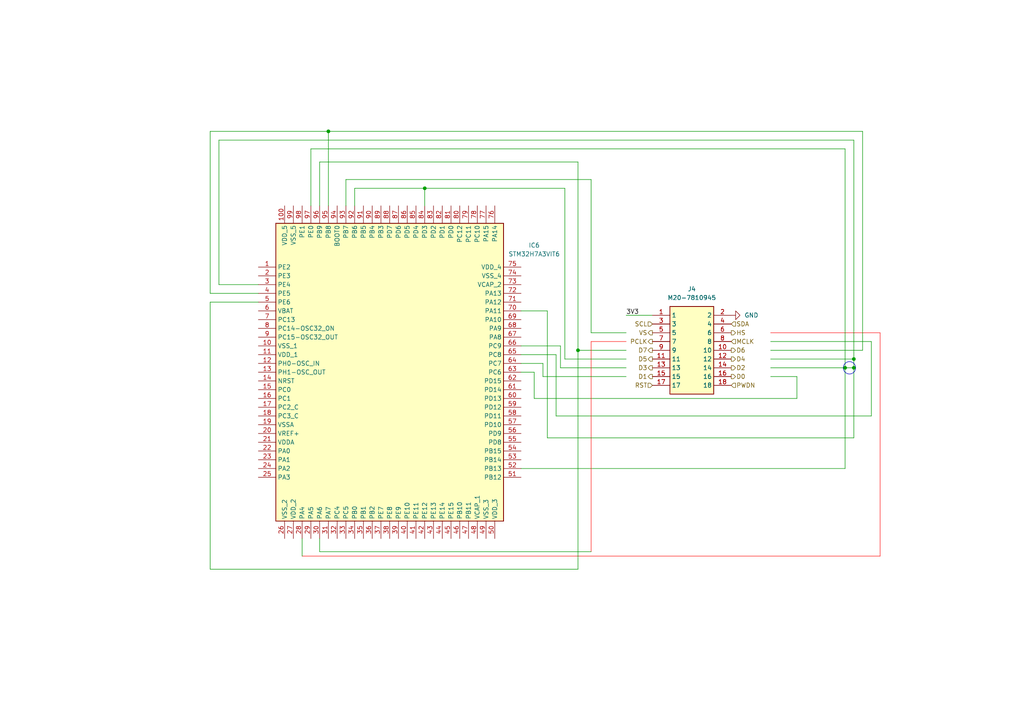
<source format=kicad_sch>
(kicad_sch (version 20231120) (generator "eeschema") (generator_version "8.0")
  (paper "A4")
  (lib_symbols
    (symbol "SamacSys_Parts:M20-7810945"
      (property "Reference" "J" (at 19.05 7.62 0))
      (property "Value" "M20-7810945" (at 19.05 5.08 0))
      (symbol "M20-7810945_1_1"
        (rectangle (start 5.08 2.54) (end 17.78 -22.86) (stroke (width 0.254)) (fill (type background)))
        (pin passive line (at 0 0 0) (length 5.08) (name "1") (number "1"))
        (pin passive line (at 22.86 -10.16 180) (length 5.08) (name "10") (number "10"))
        (pin passive line (at 0 -12.7 0) (length 5.08) (name "11") (number "11"))
        (pin passive line (at 22.86 -12.7 180) (length 5.08) (name "12") (number "12"))
        (pin passive line (at 0 -15.24 0) (length 5.08) (name "13") (number "13"))
        (pin passive line (at 22.86 -15.24 180) (length 5.08) (name "14") (number "14"))
        (pin passive line (at 0 -17.78 0) (length 5.08) (name "15") (number "15"))
        (pin passive line (at 22.86 -17.78 180) (length 5.08) (name "16") (number "16"))
        (pin passive line (at 0 -20.32 0) (length 5.08) (name "17") (number "17"))
        (pin passive line (at 22.86 -20.32 180) (length 5.08) (name "18") (number "18"))
        (pin passive line (at 22.86 0 180) (length 5.08) (name "2") (number "2"))
        (pin passive line (at 0 -2.54 0) (length 5.08) (name "3") (number "3"))
        (pin passive line (at 22.86 -2.54 180) (length 5.08) (name "4") (number "4"))
        (pin passive line (at 0 -5.08 0) (length 5.08) (name "5") (number "5"))
        (pin passive line (at 22.86 -5.08 180) (length 5.08) (name "6") (number "6"))
        (pin passive line (at 0 -7.62 0) (length 5.08) (name "7") (number "7"))
        (pin passive line (at 22.86 -7.62 180) (length 5.08) (name "8") (number "8"))
        (pin passive line (at 0 -10.16 0) (length 5.08) (name "9") (number "9"))
      )
    )
    (symbol "SamacSys_Parts:STM32H7A3VIT6"
      (property "Reference" "IC" (at 72.39 17.78 0))
      (property "Value" "STM32H7A3VIT6" (at 72.39 15.24 0))
      (symbol "STM32H7A3VIT6_1_1"
        (rectangle (start 5.08 12.7) (end 71.12 -73.66) (stroke (width 0.254)) (fill (type background)))
        (pin passive line (at 0 0 0) (length 5.08) (name "PE2") (number "1"))
        (pin passive line (at 0 -22.86 0) (length 5.08) (name "VSS_1") (number "10"))
        (pin passive line (at 7.62 17.78 270) (length 5.08) (name "VDD_5") (number "100"))
        (pin passive line (at 0 -25.4 0) (length 5.08) (name "VDD_1") (number "11"))
        (pin passive line (at 0 -27.94 0) (length 5.08) (name "PH0-OSC_IN") (number "12"))
        (pin passive line (at 0 -30.48 0) (length 5.08) (name "PH1-OSC_OUT") (number "13"))
        (pin passive line (at 0 -33.02 0) (length 5.08) (name "NRST") (number "14"))
        (pin passive line (at 0 -35.56 0) (length 5.08) (name "PC0") (number "15"))
        (pin passive line (at 0 -38.1 0) (length 5.08) (name "PC1") (number "16"))
        (pin passive line (at 0 -40.64 0) (length 5.08) (name "PC2_C") (number "17"))
        (pin passive line (at 0 -43.18 0) (length 5.08) (name "PC3_C") (number "18"))
        (pin passive line (at 0 -45.72 0) (length 5.08) (name "VSSA") (number "19"))
        (pin passive line (at 0 -2.54 0) (length 5.08) (name "PE3") (number "2"))
        (pin passive line (at 0 -48.26 0) (length 5.08) (name "VREF+") (number "20"))
        (pin passive line (at 0 -50.8 0) (length 5.08) (name "VDDA") (number "21"))
        (pin passive line (at 0 -53.34 0) (length 5.08) (name "PA0") (number "22"))
        (pin passive line (at 0 -55.88 0) (length 5.08) (name "PA1") (number "23"))
        (pin passive line (at 0 -58.42 0) (length 5.08) (name "PA2") (number "24"))
        (pin passive line (at 0 -60.96 0) (length 5.08) (name "PA3") (number "25"))
        (pin passive line (at 7.62 -78.74 90) (length 5.08) (name "VSS_2") (number "26"))
        (pin passive line (at 10.16 -78.74 90) (length 5.08) (name "VDD_2") (number "27"))
        (pin passive line (at 12.7 -78.74 90) (length 5.08) (name "PA4") (number "28"))
        (pin passive line (at 15.24 -78.74 90) (length 5.08) (name "PA5") (number "29"))
        (pin passive line (at 0 -5.08 0) (length 5.08) (name "PE4") (number "3"))
        (pin passive line (at 17.78 -78.74 90) (length 5.08) (name "PA6") (number "30"))
        (pin passive line (at 20.32 -78.74 90) (length 5.08) (name "PA7") (number "31"))
        (pin passive line (at 22.86 -78.74 90) (length 5.08) (name "PC4") (number "32"))
        (pin passive line (at 25.4 -78.74 90) (length 5.08) (name "PC5") (number "33"))
        (pin passive line (at 27.94 -78.74 90) (length 5.08) (name "PB0") (number "34"))
        (pin passive line (at 30.48 -78.74 90) (length 5.08) (name "PB1") (number "35"))
        (pin passive line (at 33.02 -78.74 90) (length 5.08) (name "PB2") (number "36"))
        (pin passive line (at 35.56 -78.74 90) (length 5.08) (name "PE7") (number "37"))
        (pin passive line (at 38.1 -78.74 90) (length 5.08) (name "PE8") (number "38"))
        (pin passive line (at 40.64 -78.74 90) (length 5.08) (name "PE9") (number "39"))
        (pin passive line (at 0 -7.62 0) (length 5.08) (name "PE5") (number "4"))
        (pin passive line (at 43.18 -78.74 90) (length 5.08) (name "PE10") (number "40"))
        (pin passive line (at 45.72 -78.74 90) (length 5.08) (name "PE11") (number "41"))
        (pin passive line (at 48.26 -78.74 90) (length 5.08) (name "PE12") (number "42"))
        (pin passive line (at 50.8 -78.74 90) (length 5.08) (name "PE13") (number "43"))
        (pin passive line (at 53.34 -78.74 90) (length 5.08) (name "PE14") (number "44"))
        (pin passive line (at 55.88 -78.74 90) (length 5.08) (name "PE15") (number "45"))
        (pin passive line (at 58.42 -78.74 90) (length 5.08) (name "PB10") (number "46"))
        (pin passive line (at 60.96 -78.74 90) (length 5.08) (name "PB11") (number "47"))
        (pin passive line (at 63.5 -78.74 90) (length 5.08) (name "VCAP_1") (number "48"))
        (pin passive line (at 66.04 -78.74 90) (length 5.08) (name "VSS_3") (number "49"))
        (pin passive line (at 0 -10.16 0) (length 5.08) (name "PE6") (number "5"))
        (pin passive line (at 68.58 -78.74 90) (length 5.08) (name "VDD_3") (number "50"))
        (pin passive line (at 76.2 -60.96 180) (length 5.08) (name "PB12") (number "51"))
        (pin passive line (at 76.2 -58.42 180) (length 5.08) (name "PB13") (number "52"))
        (pin passive line (at 76.2 -55.88 180) (length 5.08) (name "PB14") (number "53"))
        (pin passive line (at 76.2 -53.34 180) (length 5.08) (name "PB15") (number "54"))
        (pin passive line (at 76.2 -50.8 180) (length 5.08) (name "PD8") (number "55"))
        (pin passive line (at 76.2 -48.26 180) (length 5.08) (name "PD9") (number "56"))
        (pin passive line (at 76.2 -45.72 180) (length 5.08) (name "PD10") (number "57"))
        (pin passive line (at 76.2 -43.18 180) (length 5.08) (name "PD11") (number "58"))
        (pin passive line (at 76.2 -40.64 180) (length 5.08) (name "PD12") (number "59"))
        (pin passive line (at 0 -12.7 0) (length 5.08) (name "VBAT") (number "6"))
        (pin passive line (at 76.2 -38.1 180) (length 5.08) (name "PD13") (number "60"))
        (pin passive line (at 76.2 -35.56 180) (length 5.08) (name "PD14") (number "61"))
        (pin passive line (at 76.2 -33.02 180) (length 5.08) (name "PD15") (number "62"))
        (pin passive line (at 76.2 -30.48 180) (length 5.08) (name "PC6") (number "63"))
        (pin passive line (at 76.2 -27.94 180) (length 5.08) (name "PC7") (number "64"))
        (pin passive line (at 76.2 -25.4 180) (length 5.08) (name "PC8") (number "65"))
        (pin passive line (at 76.2 -22.86 180) (length 5.08) (name "PC9") (number "66"))
        (pin passive line (at 76.2 -20.32 180) (length 5.08) (name "PA8") (number "67"))
        (pin passive line (at 76.2 -17.78 180) (length 5.08) (name "PA9") (number "68"))
        (pin passive line (at 76.2 -15.24 180) (length 5.08) (name "PA10") (number "69"))
        (pin passive line (at 0 -15.24 0) (length 5.08) (name "PC13") (number "7"))
        (pin passive line (at 76.2 -12.7 180) (length 5.08) (name "PA11") (number "70"))
        (pin passive line (at 76.2 -10.16 180) (length 5.08) (name "PA12") (number "71"))
        (pin passive line (at 76.2 -7.62 180) (length 5.08) (name "PA13") (number "72"))
        (pin passive line (at 76.2 -5.08 180) (length 5.08) (name "VCAP_2") (number "73"))
        (pin passive line (at 76.2 -2.54 180) (length 5.08) (name "VSS_4") (number "74"))
        (pin passive line (at 76.2 0 180) (length 5.08) (name "VDD_4") (number "75"))
        (pin passive line (at 68.58 17.78 270) (length 5.08) (name "PA14") (number "76"))
        (pin passive line (at 66.04 17.78 270) (length 5.08) (name "PA15") (number "77"))
        (pin passive line (at 63.5 17.78 270) (length 5.08) (name "PC10") (number "78"))
        (pin passive line (at 60.96 17.78 270) (length 5.08) (name "PC11") (number "79"))
        (pin passive line (at 0 -17.78 0) (length 5.08) (name "PC14-OSC32_ON") (number "8"))
        (pin passive line (at 58.42 17.78 270) (length 5.08) (name "PC12") (number "80"))
        (pin passive line (at 55.88 17.78 270) (length 5.08) (name "PD0") (number "81"))
        (pin passive line (at 53.34 17.78 270) (length 5.08) (name "PD1") (number "82"))
        (pin passive line (at 50.8 17.78 270) (length 5.08) (name "PD2") (number "83"))
        (pin passive line (at 48.26 17.78 270) (length 5.08) (name "PD3") (number "84"))
        (pin passive line (at 45.72 17.78 270) (length 5.08) (name "PD4") (number "85"))
        (pin passive line (at 43.18 17.78 270) (length 5.08) (name "PD5") (number "86"))
        (pin passive line (at 40.64 17.78 270) (length 5.08) (name "PD6") (number "87"))
        (pin passive line (at 38.1 17.78 270) (length 5.08) (name "PD7") (number "88"))
        (pin passive line (at 35.56 17.78 270) (length 5.08) (name "PB3") (number "89"))
        (pin passive line (at 0 -20.32 0) (length 5.08) (name "PC15-OSC32_OUT") (number "9"))
        (pin passive line (at 33.02 17.78 270) (length 5.08) (name "PB4") (number "90"))
        (pin passive line (at 30.48 17.78 270) (length 5.08) (name "PB5") (number "91"))
        (pin passive line (at 27.94 17.78 270) (length 5.08) (name "PB6") (number "92"))
        (pin passive line (at 25.4 17.78 270) (length 5.08) (name "PB7") (number "93"))
        (pin passive line (at 22.86 17.78 270) (length 5.08) (name "BOOT0") (number "94"))
        (pin passive line (at 20.32 17.78 270) (length 5.08) (name "PB8") (number "95"))
        (pin passive line (at 17.78 17.78 270) (length 5.08) (name "PB9") (number "96"))
        (pin passive line (at 15.24 17.78 270) (length 5.08) (name "PE0") (number "97"))
        (pin passive line (at 12.7 17.78 270) (length 5.08) (name "PE1") (number "98"))
        (pin passive line (at 10.16 17.78 270) (length 5.08) (name "VSS_5") (number "99"))
      )
    )
    (symbol "power:GND" (power) (pin_numbers hide) (pin_names (offset 0) hide)
      (property "Value" "GND" (at 0 -3.81 0))
      (symbol "GND_0_1"
        (polyline (pts (xy 0 0) (xy 0 -1.27) (xy 1.27 -1.27) (xy 0 -2.54) (xy -1.27 -1.27) (xy 0 -1.27)))
      )
      (symbol "GND_1_1"
        (pin power_in line (at 0 0 270) (length 0) (name "~") (number "1"))
      )
    )
  )
  (junction (at 123.19 54.61))
  (junction (at 245.11 106.68))
  (junction (at 247.65 104.14))
  (junction (at 167.64 101.6))
  (junction (at 247.65 106.68))
  (junction (at 95.25 38.1))
  (wire (pts (xy 250.19 38.1) (xy 250.19 101.6)))
  (wire (pts (xy 163.83 104.14) (xy 181.61 104.14)))
  (wire (pts (xy 171.45 52.07) (xy 171.45 96.52)))
  (wire (pts (xy 163.83 54.61) (xy 163.83 104.14)))
  (wire (pts (xy 171.45 160.02) (xy 171.45 99.06)) (stroke (width 0) (color 255 30 26 1)))
  (wire (pts (xy 171.45 96.52) (xy 181.61 96.52)))
  (wire (pts (xy 92.71 156.21) (xy 92.71 160.02)))
  (wire (pts (xy 223.52 96.52) (xy 255.27 96.52)) (stroke (width 0) (color 255 26 30 1)))
  (wire (pts (xy 92.71 46.99) (xy 167.64 46.99)))
  (wire (pts (xy 60.96 165.1) (xy 167.64 165.1)))
  (wire (pts (xy 247.65 127) (xy 247.65 106.68)))
  (wire (pts (xy 162.56 100.33) (xy 162.56 106.68)))
  (wire (pts (xy 90.17 59.69) (xy 90.17 43.18)))
  (wire (pts (xy 223.52 106.68) (xy 245.11 106.68)))
  (wire (pts (xy 171.45 99.06) (xy 181.61 99.06)) (stroke (width 0) (color 255 30 26 1)))
  (wire (pts (xy 245.11 106.68) (xy 247.65 106.68)))
  (wire (pts (xy 231.14 115.57) (xy 231.14 109.22)))
  (wire (pts (xy 223.52 109.22) (xy 231.14 109.22)))
  (wire (pts (xy 151.13 90.17) (xy 158.75 90.17)))
  (wire (pts (xy 102.87 54.61) (xy 123.19 54.61)))
  (wire (pts (xy 87.63 161.29) (xy 255.27 161.29)) (stroke (width 0) (color 255 26 24 1)))
  (wire (pts (xy 162.56 106.68) (xy 181.61 106.68)))
  (wire (pts (xy 151.13 107.95) (xy 154.94 107.95)))
  (wire (pts (xy 102.87 59.69) (xy 102.87 54.61)))
  (wire (pts (xy 223.52 104.14) (xy 247.65 104.14)))
  (wire (pts (xy 95.25 38.1) (xy 95.25 59.69)))
  (wire (pts (xy 60.96 87.63) (xy 60.96 165.1)))
  (wire (pts (xy 167.64 165.1) (xy 167.64 101.6)))
  (wire (pts (xy 60.96 85.09) (xy 60.96 38.1)))
  (wire (pts (xy 123.19 54.61) (xy 123.19 59.69)))
  (wire (pts (xy 74.93 87.63) (xy 60.96 87.63)))
  (wire (pts (xy 167.64 101.6) (xy 181.61 101.6)))
  (wire (pts (xy 245.11 43.18) (xy 245.11 106.68)))
  (wire (pts (xy 255.27 161.29) (xy 255.27 96.52)) (stroke (width 0) (color 255 26 30 1)))
  (wire (pts (xy 74.93 82.55) (xy 63.5 82.55)))
  (wire (pts (xy 158.75 127) (xy 247.65 127)))
  (wire (pts (xy 247.65 106.68) (xy 247.65 104.14)))
  (wire (pts (xy 63.5 40.64) (xy 247.65 40.64)))
  (wire (pts (xy 95.25 38.1) (xy 250.19 38.1)))
  (wire (pts (xy 223.52 101.6) (xy 250.19 101.6)))
  (wire (pts (xy 60.96 38.1) (xy 95.25 38.1)))
  (wire (pts (xy 252.73 120.65) (xy 252.73 99.06)))
  (wire (pts (xy 154.94 107.95) (xy 154.94 115.57)))
  (wire (pts (xy 157.48 109.22) (xy 181.61 109.22)))
  (wire (pts (xy 157.48 105.41) (xy 157.48 109.22)))
  (wire (pts (xy 161.29 102.87) (xy 161.29 120.65)))
  (wire (pts (xy 245.11 135.89) (xy 245.11 106.68)))
  (wire (pts (xy 223.52 99.06) (xy 252.73 99.06)))
  (wire (pts (xy 63.5 82.55) (xy 63.5 40.64)))
  (wire (pts (xy 158.75 90.17) (xy 158.75 127)))
  (wire (pts (xy 161.29 120.65) (xy 252.73 120.65)))
  (wire (pts (xy 123.19 54.61) (xy 163.83 54.61)))
  (wire (pts (xy 151.13 100.33) (xy 162.56 100.33)))
  (wire (pts (xy 100.33 59.69) (xy 100.33 52.07)))
  (wire (pts (xy 247.65 40.64) (xy 247.65 104.14)))
  (wire (pts (xy 92.71 46.99) (xy 92.71 59.69)))
  (wire (pts (xy 87.63 156.21) (xy 87.63 161.29)))
  (wire (pts (xy 90.17 43.18) (xy 245.11 43.18)))
  (wire (pts (xy 100.33 52.07) (xy 171.45 52.07)))
  (wire (pts (xy 181.61 91.44) (xy 189.23 91.44)))
  (wire (pts (xy 92.71 160.02) (xy 171.45 160.02)))
  (wire (pts (xy 154.94 115.57) (xy 231.14 115.57)))
  (wire (pts (xy 167.64 46.99) (xy 167.64 101.6)))
  (wire (pts (xy 151.13 135.89) (xy 245.11 135.89)))
  (wire (pts (xy 151.13 105.41) (xy 157.48 105.41)))
  (wire (pts (xy 74.93 85.09) (xy 60.96 85.09)))
  (wire (pts (xy 151.13 102.87) (xy 161.29 102.87)))
  (circle (center 246.38 106.68) (radius 1.7961))
  (label "3V3" (at 181.61 91.44 0))
  (hierarchical_label "D2" (shape output) (at 212.09 106.68 0))
  (hierarchical_label "D5" (shape output) (at 189.23 104.14 180))
  (hierarchical_label "RST" (shape input) (at 189.23 111.76 180))
  (hierarchical_label "PWDN" (shape input) (at 212.09 111.76 0))
  (hierarchical_label "SCL" (shape input) (at 189.23 93.98 180))
  (hierarchical_label "D4" (shape output) (at 212.09 104.14 0))
  (hierarchical_label "SDA" (shape input) (at 212.09 93.98 0))
  (hierarchical_label "PCLK" (shape output) (at 189.23 99.06 180))
  (hierarchical_label "D3" (shape output) (at 189.23 106.68 180))
  (hierarchical_label "D7" (shape output) (at 189.23 101.6 180))
  (hierarchical_label "D1" (shape output) (at 189.23 109.22 180))
  (hierarchical_label "HS" (shape output) (at 212.09 96.52 0))
  (hierarchical_label "D6" (shape output) (at 212.09 101.6 0))
  (hierarchical_label "VS" (shape output) (at 189.23 96.52 180))
  (hierarchical_label "D0" (shape output) (at 212.09 109.22 0))
  (hierarchical_label "MCLK" (shape input) (at 212.09 99.06 0))
  (symbol (lib_id "SamacSys_Parts:STM32H7A3VIT6") (at 74.93 77.47 0) (unit 1)
    (property "Reference" "IC6" (at 154.94 71.1514 0))
    (property "Value" "STM32H7A3VIT6" (at 154.94 73.6914 0))
    (property "Footprint" "QFP50P1600X1600X160-100N" (effects (hide yes)))
    (property "Datasheet" "https://componentsearchengine.com/Datasheets/1/STM32H7A3VIT6.pdf" (effects (hide yes)))
    (property "Description" "STM32H7A3VIT6" (effects (hide yes)))
    (property "Height" "1.6" (effects (hide yes)))
    (property "Manufacturer_Name" "STMicroelectronics" (effects (hide yes)))
    (property "Manufacturer_Part_Number" "STM32H7A3VIT6" (effects (hide yes)))
    (property "Mouser Part Number" "511-STM32H7A3VIT6" (effects (hide yes)))
    (property "Mouser Price/Stock" "https://www.mouser.co.uk/ProductDetail/STMicroelectronics/STM32H7A3VIT6?qs=xZ%2FP%252Ba9zWqbEXpTWZm7ewQ%3D%3D" (effects (hide yes)))
    (property "Arrow Part Number" "STM32H7A3VIT6" (effects (hide yes)))
    (property "Arrow Price/Stock" "https://www.arrow.com/en/products/stm32h7a3vit6/stmicroelectronics?region=nac" (effects (hide yes)))
  )
  (symbol (lib_id "power:GND") (at 212.09 91.44 90) (unit 1)
    (property "Reference" "#PWR045" (effects (hide yes)))
    (property "Value" "GND" (at 215.9 91.4399 90) (effects (justify right)))
    (property "Description" "Power symbol creates a global label with name \"GND\" , ground" (effects (hide yes)))
  )
  (symbol (lib_id "SamacSys_Parts:M20-7810945") (at 189.23 91.44 0) (unit 1)
    (property "Reference" "J4" (at 200.66 83.82 0))
    (property "Value" "M20-7810945" (at 200.66 86.36 0))
    (property "Footprint" "M207810945" (effects (hide yes)))
    (property "Datasheet" "https://cdn.harwin.com/pdfs/M20-781.pdf" (effects (hide yes)))
    (property "Description" "2.54mm (0.1\") Pitch DIL SMT Dual Entry Socket Assembly, with locating pegs, selective gold + tin, 9+9 contacts" (effects (hide yes)))
    (property "Height" "3.7" (effects (hide yes)))
    (property "Manufacturer_Name" "Harwin" (effects (hide yes)))
    (property "Manufacturer_Part_Number" "M20-7810945" (effects (hide yes)))
    (property "Mouser Part Number" "855-M20-7810945" (effects (hide yes)))
    (property "Mouser Price/Stock" "https://www.mouser.co.uk/ProductDetail/Harwin/M20-7810945?qs=k41KVqW3ymrozfL2NnQJxw%3D%3D" (effects (hide yes)))
  )
)
</source>
